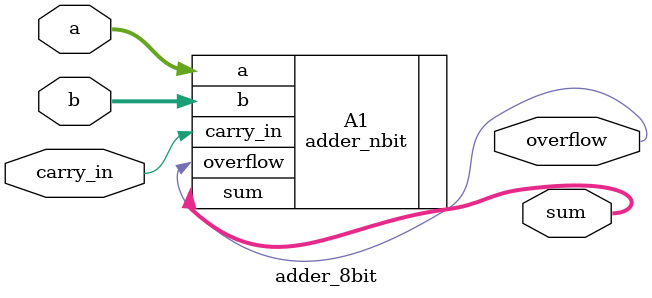
<source format=sv>

module adder_8bit
(
	input wire [7:0] a,
	input wire [7:0] b,
	input wire carry_in,
	output wire [7:0] sum,
	output wire overflow
);

	adder_nbit #(.BIT_WIDTH(8)) A1 (.a(a), .b(b), .carry_in(carry_in), .sum(sum), .overflow(overflow));
	// STUDENT: Fill in the correct port map with parameter override syntax for using your n-bit ripple carry adder design to be an 8-bit ripple carry adder design
endmodule

</source>
